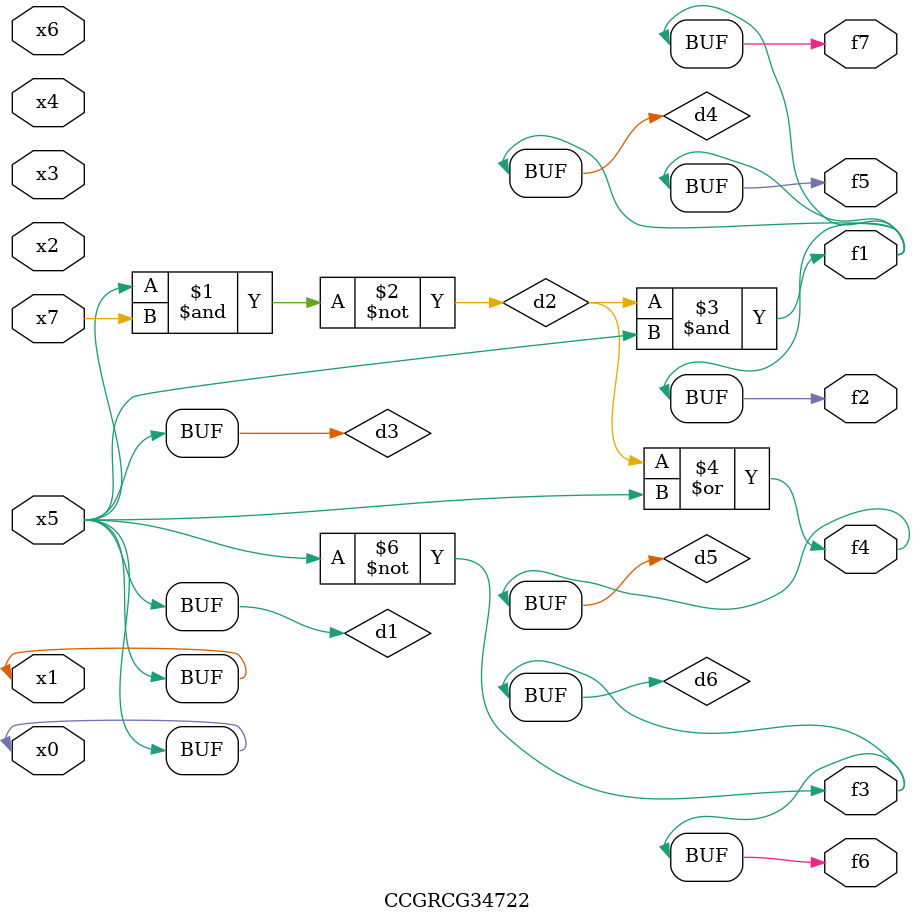
<source format=v>
module CCGRCG34722(
	input x0, x1, x2, x3, x4, x5, x6, x7,
	output f1, f2, f3, f4, f5, f6, f7
);

	wire d1, d2, d3, d4, d5, d6;

	buf (d1, x0, x5);
	nand (d2, x5, x7);
	buf (d3, x0, x1);
	and (d4, d2, d3);
	or (d5, d2, d3);
	nor (d6, d1, d3);
	assign f1 = d4;
	assign f2 = d4;
	assign f3 = d6;
	assign f4 = d5;
	assign f5 = d4;
	assign f6 = d6;
	assign f7 = d4;
endmodule

</source>
